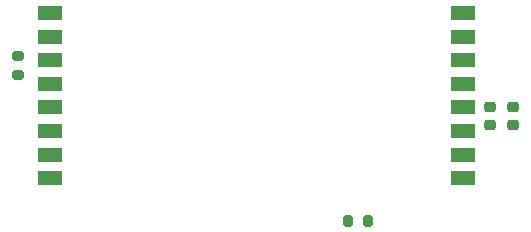
<source format=gbr>
G04 #@! TF.GenerationSoftware,KiCad,Pcbnew,(6.0.7-1)-1*
G04 #@! TF.CreationDate,2023-10-03T00:10:03-07:00*
G04 #@! TF.ProjectId,FeatherWing_KC5,46656174-6865-4725-9769-6e675f4b4335,rev?*
G04 #@! TF.SameCoordinates,Original*
G04 #@! TF.FileFunction,Paste,Top*
G04 #@! TF.FilePolarity,Positive*
%FSLAX46Y46*%
G04 Gerber Fmt 4.6, Leading zero omitted, Abs format (unit mm)*
G04 Created by KiCad (PCBNEW (6.0.7-1)-1) date 2023-10-03 00:10:03*
%MOMM*%
%LPD*%
G01*
G04 APERTURE LIST*
G04 Aperture macros list*
%AMRoundRect*
0 Rectangle with rounded corners*
0 $1 Rounding radius*
0 $2 $3 $4 $5 $6 $7 $8 $9 X,Y pos of 4 corners*
0 Add a 4 corners polygon primitive as box body*
4,1,4,$2,$3,$4,$5,$6,$7,$8,$9,$2,$3,0*
0 Add four circle primitives for the rounded corners*
1,1,$1+$1,$2,$3*
1,1,$1+$1,$4,$5*
1,1,$1+$1,$6,$7*
1,1,$1+$1,$8,$9*
0 Add four rect primitives between the rounded corners*
20,1,$1+$1,$2,$3,$4,$5,0*
20,1,$1+$1,$4,$5,$6,$7,0*
20,1,$1+$1,$6,$7,$8,$9,0*
20,1,$1+$1,$8,$9,$2,$3,0*%
G04 Aperture macros list end*
%ADD10RoundRect,0.200000X-0.275000X0.200000X-0.275000X-0.200000X0.275000X-0.200000X0.275000X0.200000X0*%
%ADD11RoundRect,0.225000X0.250000X-0.225000X0.250000X0.225000X-0.250000X0.225000X-0.250000X-0.225000X0*%
%ADD12RoundRect,0.200000X0.200000X0.275000X-0.200000X0.275000X-0.200000X-0.275000X0.200000X-0.275000X0*%
%ADD13R,2.000000X1.300000*%
G04 APERTURE END LIST*
D10*
X46960000Y-49635000D03*
X46960000Y-51285000D03*
D11*
X86920000Y-55505000D03*
X86920000Y-53955000D03*
X88840000Y-55515000D03*
X88840000Y-53965000D03*
D12*
X76545000Y-63610000D03*
X74895000Y-63610000D03*
D13*
X84630000Y-60010000D03*
X84630000Y-58010000D03*
X84630000Y-56010000D03*
X84630000Y-54010000D03*
X84630000Y-52010000D03*
X84630000Y-50010000D03*
X84630000Y-48010000D03*
X84630000Y-46010000D03*
X49630000Y-46010000D03*
X49630000Y-48010000D03*
X49630000Y-50010000D03*
X49630000Y-52010000D03*
X49630000Y-54010000D03*
X49630000Y-56010000D03*
X49630000Y-58010000D03*
X49630000Y-60010000D03*
M02*

</source>
